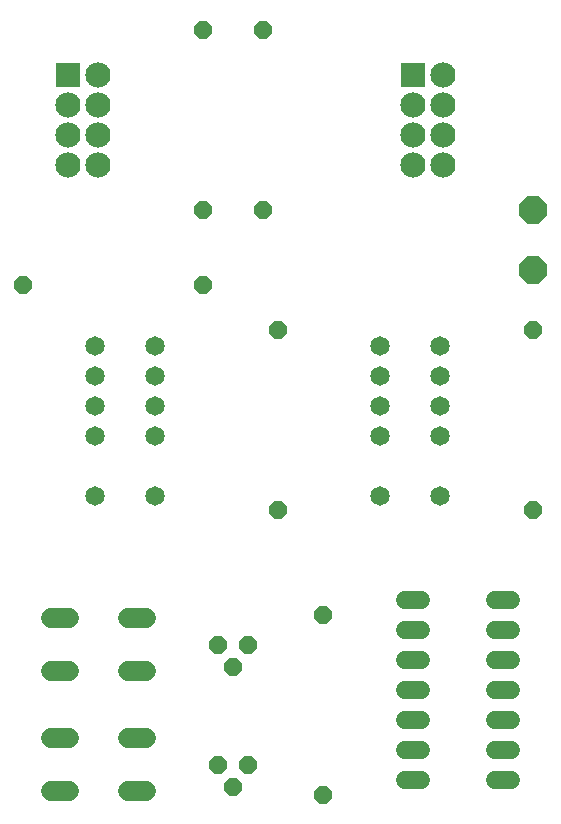
<source format=gbs>
G75*
%MOIN*%
%OFA0B0*%
%FSLAX25Y25*%
%IPPOS*%
%LPD*%
%AMOC8*
5,1,8,0,0,1.08239X$1,22.5*
%
%ADD10OC8,0.09300*%
%ADD11R,0.08400X0.08400*%
%ADD12C,0.08400*%
%ADD13C,0.06494*%
%ADD14OC8,0.06000*%
%ADD15C,0.06800*%
%ADD16C,0.06000*%
D10*
X0181400Y0196400D03*
X0181400Y0216400D03*
D11*
X0141400Y0261400D03*
X0026400Y0261400D03*
D12*
X0026400Y0251400D03*
X0026400Y0241400D03*
X0026400Y0231400D03*
X0036400Y0231400D03*
X0036400Y0241400D03*
X0036400Y0251400D03*
X0036400Y0261400D03*
X0141400Y0251400D03*
X0141400Y0241400D03*
X0141400Y0231400D03*
X0151400Y0231400D03*
X0151400Y0241400D03*
X0151400Y0251400D03*
X0151400Y0261400D03*
D13*
X0150317Y0171006D03*
X0150317Y0161006D03*
X0150317Y0151006D03*
X0150317Y0141006D03*
X0150317Y0121006D03*
X0130317Y0121006D03*
X0130317Y0141006D03*
X0130317Y0151006D03*
X0130317Y0161006D03*
X0130317Y0171006D03*
X0055317Y0171006D03*
X0055317Y0161006D03*
X0055317Y0151006D03*
X0055317Y0141006D03*
X0055317Y0121006D03*
X0035317Y0121006D03*
X0035317Y0141006D03*
X0035317Y0151006D03*
X0035317Y0161006D03*
X0035317Y0171006D03*
D14*
X0011400Y0191400D03*
X0071400Y0191400D03*
X0071400Y0216400D03*
X0091400Y0216400D03*
X0096400Y0176400D03*
X0096400Y0116400D03*
X0111400Y0081400D03*
X0086400Y0071400D03*
X0081400Y0063900D03*
X0076400Y0071400D03*
X0076400Y0031400D03*
X0081400Y0023900D03*
X0086400Y0031400D03*
X0111400Y0021400D03*
X0181400Y0116400D03*
X0181400Y0176400D03*
X0091400Y0276400D03*
X0071400Y0276400D03*
D15*
X0026600Y0022500D02*
X0020600Y0022500D01*
X0020600Y0040300D02*
X0026600Y0040300D01*
X0026600Y0062500D02*
X0020600Y0062500D01*
X0020600Y0080300D02*
X0026600Y0080300D01*
X0046200Y0080300D02*
X0052200Y0080300D01*
X0052200Y0062500D02*
X0046200Y0062500D01*
X0046200Y0040300D02*
X0052200Y0040300D01*
X0052200Y0022500D02*
X0046200Y0022500D01*
D16*
X0138800Y0026400D02*
X0144000Y0026400D01*
X0144000Y0036400D02*
X0138800Y0036400D01*
X0138800Y0046400D02*
X0144000Y0046400D01*
X0144000Y0056400D02*
X0138800Y0056400D01*
X0138800Y0066400D02*
X0144000Y0066400D01*
X0144000Y0076400D02*
X0138800Y0076400D01*
X0138800Y0086400D02*
X0144000Y0086400D01*
X0168800Y0086400D02*
X0174000Y0086400D01*
X0174000Y0076400D02*
X0168800Y0076400D01*
X0168800Y0066400D02*
X0174000Y0066400D01*
X0174000Y0056400D02*
X0168800Y0056400D01*
X0168800Y0046400D02*
X0174000Y0046400D01*
X0174000Y0036400D02*
X0168800Y0036400D01*
X0168800Y0026400D02*
X0174000Y0026400D01*
M02*

</source>
